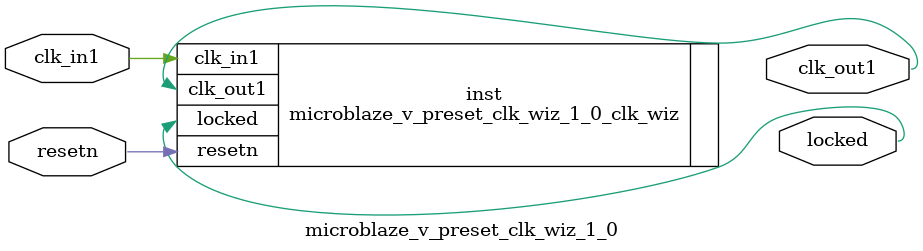
<source format=v>


`timescale 1ps/1ps

(* CORE_GENERATION_INFO = "microblaze_v_preset_clk_wiz_1_0,clk_wiz_v6_0_15_0_0,{component_name=microblaze_v_preset_clk_wiz_1_0,use_phase_alignment=true,use_min_o_jitter=false,use_max_i_jitter=false,use_dyn_phase_shift=false,use_inclk_switchover=false,use_dyn_reconfig=false,enable_axi=0,feedback_source=FDBK_AUTO,PRIMITIVE=MMCM,num_out_clk=1,clkin1_period=10.000,clkin2_period=10.000,use_power_down=false,use_reset=true,use_locked=true,use_inclk_stopped=false,feedback_type=SINGLE,CLOCK_MGR_TYPE=NA,manual_override=false}" *)

module microblaze_v_preset_clk_wiz_1_0 
 (
  // Clock out ports
  output        clk_out1,
  // Status and control signals
  input         resetn,
  output        locked,
 // Clock in ports
  input         clk_in1
 );

  microblaze_v_preset_clk_wiz_1_0_clk_wiz inst
  (
  // Clock out ports  
  .clk_out1(clk_out1),
  // Status and control signals               
  .resetn(resetn), 
  .locked(locked),
 // Clock in ports
  .clk_in1(clk_in1)
  );

endmodule

</source>
